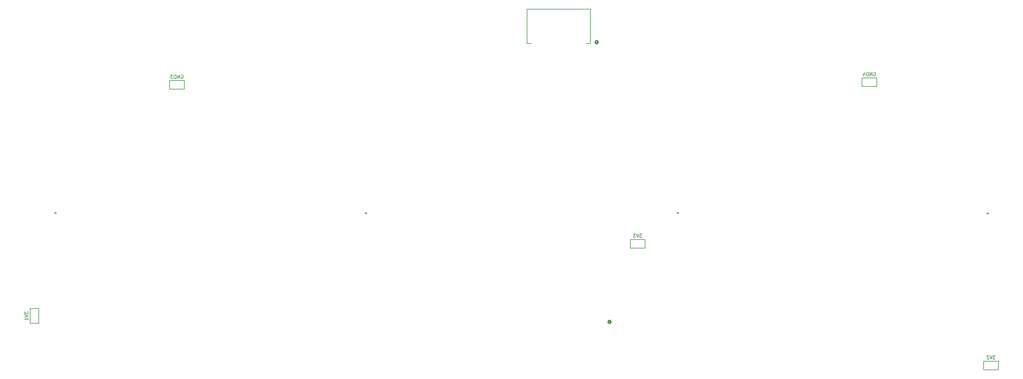
<source format=gbr>
%TF.GenerationSoftware,KiCad,Pcbnew,8.0.8-8.0.8-0~ubuntu24.04.1*%
%TF.CreationDate,2025-08-07T17:00:54-04:00*%
%TF.ProjectId,display_15_in,64697370-6c61-4795-9f31-355f696e2e6b,2*%
%TF.SameCoordinates,Original*%
%TF.FileFunction,Legend,Bot*%
%TF.FilePolarity,Positive*%
%FSLAX46Y46*%
G04 Gerber Fmt 4.6, Leading zero omitted, Abs format (unit mm)*
G04 Created by KiCad (PCBNEW 8.0.8-8.0.8-0~ubuntu24.04.1) date 2025-08-07 17:00:54*
%MOMM*%
%LPD*%
G01*
G04 APERTURE LIST*
%ADD10C,0.152400*%
%ADD11C,0.200000*%
%ADD12C,0.508000*%
%ADD13C,0.150000*%
G04 APERTURE END LIST*
D10*
X210711787Y-89083000D02*
X209506887Y-89083000D01*
X227660887Y-89083000D02*
X227660887Y-79329001D01*
X209506887Y-79329001D02*
X209506887Y-89083000D01*
X227660887Y-89083000D02*
X226455984Y-89083000D01*
X209506887Y-79329001D02*
X227660887Y-79329001D01*
D11*
X341542780Y-137667999D02*
X341304685Y-137667999D01*
X341399923Y-137906094D02*
X341304685Y-137667999D01*
X341304685Y-137667999D02*
X341399923Y-137429904D01*
X341114209Y-137810856D02*
X341304685Y-137667999D01*
X341304685Y-137667999D02*
X341114209Y-137525142D01*
X74842780Y-137597499D02*
X74604685Y-137597499D01*
X74699923Y-137835594D02*
X74604685Y-137597499D01*
X74604685Y-137597499D02*
X74699923Y-137359404D01*
X74414209Y-137740356D02*
X74604685Y-137597499D01*
X74604685Y-137597499D02*
X74414209Y-137454642D01*
X252896780Y-137573999D02*
X252658685Y-137573999D01*
X252753923Y-137812094D02*
X252658685Y-137573999D01*
X252658685Y-137573999D02*
X252753923Y-137335904D01*
X252468209Y-137716856D02*
X252658685Y-137573999D01*
X252658685Y-137573999D02*
X252468209Y-137431142D01*
X163643655Y-137632547D02*
X163405560Y-137632547D01*
X163500798Y-137870642D02*
X163405560Y-137632547D01*
X163405560Y-137632547D02*
X163500798Y-137394452D01*
X163215084Y-137775404D02*
X163405560Y-137632547D01*
X163405560Y-137632547D02*
X163215084Y-137489690D01*
X308705095Y-97405838D02*
X308800333Y-97358219D01*
X308800333Y-97358219D02*
X308943190Y-97358219D01*
X308943190Y-97358219D02*
X309086047Y-97405838D01*
X309086047Y-97405838D02*
X309181285Y-97501076D01*
X309181285Y-97501076D02*
X309228904Y-97596314D01*
X309228904Y-97596314D02*
X309276523Y-97786790D01*
X309276523Y-97786790D02*
X309276523Y-97929647D01*
X309276523Y-97929647D02*
X309228904Y-98120123D01*
X309228904Y-98120123D02*
X309181285Y-98215361D01*
X309181285Y-98215361D02*
X309086047Y-98310600D01*
X309086047Y-98310600D02*
X308943190Y-98358219D01*
X308943190Y-98358219D02*
X308847952Y-98358219D01*
X308847952Y-98358219D02*
X308705095Y-98310600D01*
X308705095Y-98310600D02*
X308657476Y-98262980D01*
X308657476Y-98262980D02*
X308657476Y-97929647D01*
X308657476Y-97929647D02*
X308847952Y-97929647D01*
X308228904Y-98358219D02*
X308228904Y-97358219D01*
X308228904Y-97358219D02*
X307657476Y-98358219D01*
X307657476Y-98358219D02*
X307657476Y-97358219D01*
X307181285Y-98358219D02*
X307181285Y-97358219D01*
X307181285Y-97358219D02*
X306943190Y-97358219D01*
X306943190Y-97358219D02*
X306800333Y-97405838D01*
X306800333Y-97405838D02*
X306705095Y-97501076D01*
X306705095Y-97501076D02*
X306657476Y-97596314D01*
X306657476Y-97596314D02*
X306609857Y-97786790D01*
X306609857Y-97786790D02*
X306609857Y-97929647D01*
X306609857Y-97929647D02*
X306657476Y-98120123D01*
X306657476Y-98120123D02*
X306705095Y-98215361D01*
X306705095Y-98215361D02*
X306800333Y-98310600D01*
X306800333Y-98310600D02*
X306943190Y-98358219D01*
X306943190Y-98358219D02*
X307181285Y-98358219D01*
X305752714Y-97691552D02*
X305752714Y-98358219D01*
X305990809Y-97310600D02*
X306228904Y-98024885D01*
X306228904Y-98024885D02*
X305609857Y-98024885D01*
X242411094Y-143586219D02*
X241792047Y-143586219D01*
X241792047Y-143586219D02*
X242125380Y-143967171D01*
X242125380Y-143967171D02*
X241982523Y-143967171D01*
X241982523Y-143967171D02*
X241887285Y-144014790D01*
X241887285Y-144014790D02*
X241839666Y-144062409D01*
X241839666Y-144062409D02*
X241792047Y-144157647D01*
X241792047Y-144157647D02*
X241792047Y-144395742D01*
X241792047Y-144395742D02*
X241839666Y-144490980D01*
X241839666Y-144490980D02*
X241887285Y-144538600D01*
X241887285Y-144538600D02*
X241982523Y-144586219D01*
X241982523Y-144586219D02*
X242268237Y-144586219D01*
X242268237Y-144586219D02*
X242363475Y-144538600D01*
X242363475Y-144538600D02*
X242411094Y-144490980D01*
X241506332Y-143586219D02*
X241172999Y-144586219D01*
X241172999Y-144586219D02*
X240839666Y-143586219D01*
X240601570Y-143586219D02*
X239982523Y-143586219D01*
X239982523Y-143586219D02*
X240315856Y-143967171D01*
X240315856Y-143967171D02*
X240172999Y-143967171D01*
X240172999Y-143967171D02*
X240077761Y-144014790D01*
X240077761Y-144014790D02*
X240030142Y-144062409D01*
X240030142Y-144062409D02*
X239982523Y-144157647D01*
X239982523Y-144157647D02*
X239982523Y-144395742D01*
X239982523Y-144395742D02*
X240030142Y-144490980D01*
X240030142Y-144490980D02*
X240077761Y-144538600D01*
X240077761Y-144538600D02*
X240172999Y-144586219D01*
X240172999Y-144586219D02*
X240458713Y-144586219D01*
X240458713Y-144586219D02*
X240553951Y-144538600D01*
X240553951Y-144538600D02*
X240601570Y-144490980D01*
X65782219Y-165766905D02*
X65782219Y-166385952D01*
X65782219Y-166385952D02*
X66163171Y-166052619D01*
X66163171Y-166052619D02*
X66163171Y-166195476D01*
X66163171Y-166195476D02*
X66210790Y-166290714D01*
X66210790Y-166290714D02*
X66258409Y-166338333D01*
X66258409Y-166338333D02*
X66353647Y-166385952D01*
X66353647Y-166385952D02*
X66591742Y-166385952D01*
X66591742Y-166385952D02*
X66686980Y-166338333D01*
X66686980Y-166338333D02*
X66734600Y-166290714D01*
X66734600Y-166290714D02*
X66782219Y-166195476D01*
X66782219Y-166195476D02*
X66782219Y-165909762D01*
X66782219Y-165909762D02*
X66734600Y-165814524D01*
X66734600Y-165814524D02*
X66686980Y-165766905D01*
X65782219Y-166671667D02*
X66782219Y-167005000D01*
X66782219Y-167005000D02*
X65782219Y-167338333D01*
X66782219Y-168195476D02*
X66782219Y-167624048D01*
X66782219Y-167909762D02*
X65782219Y-167909762D01*
X65782219Y-167909762D02*
X65925076Y-167814524D01*
X65925076Y-167814524D02*
X66020314Y-167719286D01*
X66020314Y-167719286D02*
X66067933Y-167624048D01*
X110585095Y-98167838D02*
X110680333Y-98120219D01*
X110680333Y-98120219D02*
X110823190Y-98120219D01*
X110823190Y-98120219D02*
X110966047Y-98167838D01*
X110966047Y-98167838D02*
X111061285Y-98263076D01*
X111061285Y-98263076D02*
X111108904Y-98358314D01*
X111108904Y-98358314D02*
X111156523Y-98548790D01*
X111156523Y-98548790D02*
X111156523Y-98691647D01*
X111156523Y-98691647D02*
X111108904Y-98882123D01*
X111108904Y-98882123D02*
X111061285Y-98977361D01*
X111061285Y-98977361D02*
X110966047Y-99072600D01*
X110966047Y-99072600D02*
X110823190Y-99120219D01*
X110823190Y-99120219D02*
X110727952Y-99120219D01*
X110727952Y-99120219D02*
X110585095Y-99072600D01*
X110585095Y-99072600D02*
X110537476Y-99024980D01*
X110537476Y-99024980D02*
X110537476Y-98691647D01*
X110537476Y-98691647D02*
X110727952Y-98691647D01*
X110108904Y-99120219D02*
X110108904Y-98120219D01*
X110108904Y-98120219D02*
X109537476Y-99120219D01*
X109537476Y-99120219D02*
X109537476Y-98120219D01*
X109061285Y-99120219D02*
X109061285Y-98120219D01*
X109061285Y-98120219D02*
X108823190Y-98120219D01*
X108823190Y-98120219D02*
X108680333Y-98167838D01*
X108680333Y-98167838D02*
X108585095Y-98263076D01*
X108585095Y-98263076D02*
X108537476Y-98358314D01*
X108537476Y-98358314D02*
X108489857Y-98548790D01*
X108489857Y-98548790D02*
X108489857Y-98691647D01*
X108489857Y-98691647D02*
X108537476Y-98882123D01*
X108537476Y-98882123D02*
X108585095Y-98977361D01*
X108585095Y-98977361D02*
X108680333Y-99072600D01*
X108680333Y-99072600D02*
X108823190Y-99120219D01*
X108823190Y-99120219D02*
X109061285Y-99120219D01*
X108156523Y-98120219D02*
X107537476Y-98120219D01*
X107537476Y-98120219D02*
X107870809Y-98501171D01*
X107870809Y-98501171D02*
X107727952Y-98501171D01*
X107727952Y-98501171D02*
X107632714Y-98548790D01*
X107632714Y-98548790D02*
X107585095Y-98596409D01*
X107585095Y-98596409D02*
X107537476Y-98691647D01*
X107537476Y-98691647D02*
X107537476Y-98929742D01*
X107537476Y-98929742D02*
X107585095Y-99024980D01*
X107585095Y-99024980D02*
X107632714Y-99072600D01*
X107632714Y-99072600D02*
X107727952Y-99120219D01*
X107727952Y-99120219D02*
X108013666Y-99120219D01*
X108013666Y-99120219D02*
X108108904Y-99072600D01*
X108108904Y-99072600D02*
X108156523Y-99024980D01*
X343503094Y-178384219D02*
X342884047Y-178384219D01*
X342884047Y-178384219D02*
X343217380Y-178765171D01*
X343217380Y-178765171D02*
X343074523Y-178765171D01*
X343074523Y-178765171D02*
X342979285Y-178812790D01*
X342979285Y-178812790D02*
X342931666Y-178860409D01*
X342931666Y-178860409D02*
X342884047Y-178955647D01*
X342884047Y-178955647D02*
X342884047Y-179193742D01*
X342884047Y-179193742D02*
X342931666Y-179288980D01*
X342931666Y-179288980D02*
X342979285Y-179336600D01*
X342979285Y-179336600D02*
X343074523Y-179384219D01*
X343074523Y-179384219D02*
X343360237Y-179384219D01*
X343360237Y-179384219D02*
X343455475Y-179336600D01*
X343455475Y-179336600D02*
X343503094Y-179288980D01*
X342598332Y-178384219D02*
X342264999Y-179384219D01*
X342264999Y-179384219D02*
X341931666Y-178384219D01*
X341645951Y-178479457D02*
X341598332Y-178431838D01*
X341598332Y-178431838D02*
X341503094Y-178384219D01*
X341503094Y-178384219D02*
X341264999Y-178384219D01*
X341264999Y-178384219D02*
X341169761Y-178431838D01*
X341169761Y-178431838D02*
X341122142Y-178479457D01*
X341122142Y-178479457D02*
X341074523Y-178574695D01*
X341074523Y-178574695D02*
X341074523Y-178669933D01*
X341074523Y-178669933D02*
X341122142Y-178812790D01*
X341122142Y-178812790D02*
X341693570Y-179384219D01*
X341693570Y-179384219D02*
X341074523Y-179384219D01*
D12*
%TO.C,U1*%
X229819887Y-88726000D02*
G75*
G02*
X229057887Y-88726000I-381000J0D01*
G01*
X229057887Y-88726000D02*
G75*
G02*
X229819887Y-88726000I381000J0D01*
G01*
%TO.C,J1*%
X233489940Y-168696000D02*
G75*
G02*
X232727940Y-168696000I-381000J0D01*
G01*
X232727940Y-168696000D02*
G75*
G02*
X233489940Y-168696000I381000J0D01*
G01*
D13*
%TO.C,GND4*%
X305367000Y-98956000D02*
X309567000Y-98956000D01*
X305367000Y-101356000D02*
X305367000Y-98956000D01*
X309567000Y-98956000D02*
X309567000Y-101356000D01*
X309567000Y-101356000D02*
X305367000Y-101356000D01*
%TO.C,3V3*%
X239073000Y-145184000D02*
X243273000Y-145184000D01*
X239073000Y-147584000D02*
X239073000Y-145184000D01*
X243273000Y-145184000D02*
X243273000Y-147584000D01*
X243273000Y-147584000D02*
X239073000Y-147584000D01*
%TO.C,3V1*%
X67380000Y-164905000D02*
X69780000Y-164905000D01*
X67380000Y-169105000D02*
X67380000Y-164905000D01*
X69780000Y-164905000D02*
X69780000Y-169105000D01*
X69780000Y-169105000D02*
X67380000Y-169105000D01*
%TO.C,GND3*%
X107247000Y-99718000D02*
X111447000Y-99718000D01*
X107247000Y-102118000D02*
X107247000Y-99718000D01*
X111447000Y-99718000D02*
X111447000Y-102118000D01*
X111447000Y-102118000D02*
X107247000Y-102118000D01*
%TO.C,3V2*%
X340165000Y-179982000D02*
X344365000Y-179982000D01*
X340165000Y-182382000D02*
X340165000Y-179982000D01*
X344365000Y-179982000D02*
X344365000Y-182382000D01*
X344365000Y-182382000D02*
X340165000Y-182382000D01*
%TD*%
M02*

</source>
